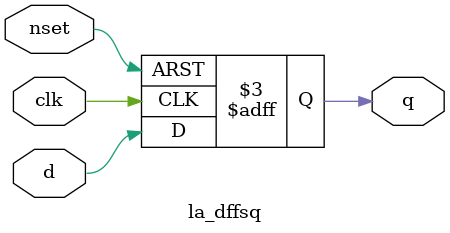
<source format=v>


module la_dffsq #(
    parameter PROP = "DEFAULT"
) (
    input      d,
    input      clk,
    input      nset,
    output reg q
);

    always @(posedge clk or negedge nset)
        if (!nset) q <= 1'b1;
        else q <= d;

endmodule

</source>
